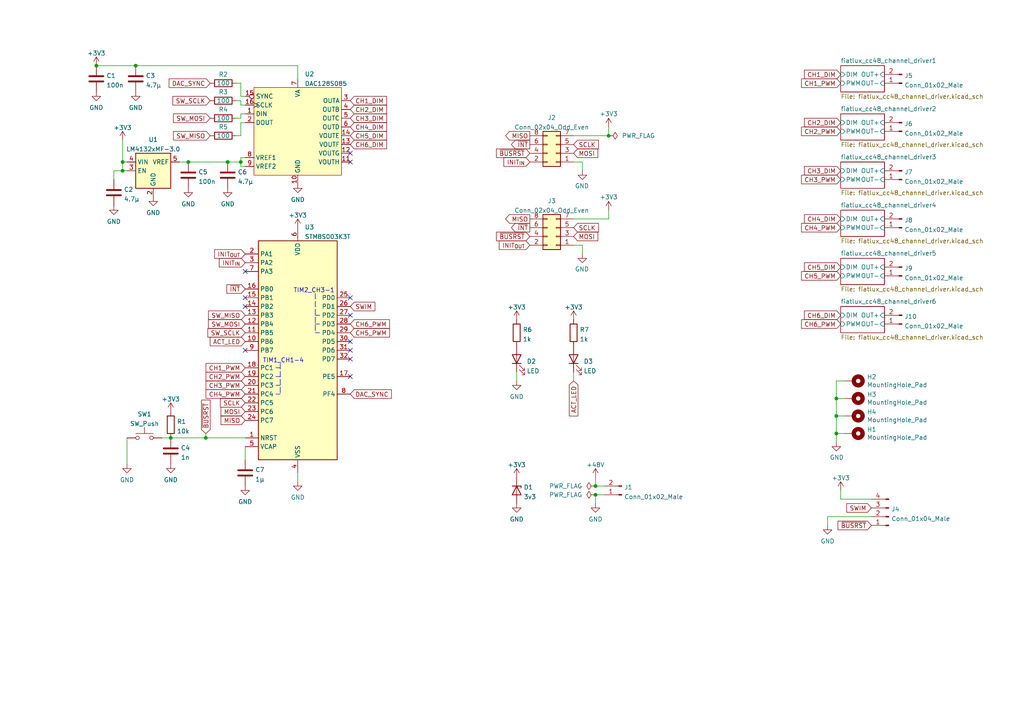
<source format=kicad_sch>
(kicad_sch (version 20211123) (generator eeschema)
  (paper "A4")
  (lib_symbols
    (symbol "Connector:Conn_01x02_Male" (pin_names (offset 1.016) hide)
      (property "Reference" "J" (at 0 2.54 0))
      (property "Value" "Conn_01x02_Male" (at 0 -5.08 0))
      (symbol "Conn_01x02_Male_1_1"
        (polyline (pts (xy 1.27 -2.54) (xy 0.8636 -2.54)) (stroke (width 0.1524)))
        (polyline (pts (xy 1.27 0) (xy 0.8636 0)) (stroke (width 0.1524)))
        (rectangle (start 0.8636 -2.413) (end 0 -2.667) (stroke (width 0.1524)) (fill (type outline)))
        (rectangle (start 0.8636 0.127) (end 0 -0.127) (stroke (width 0.1524)) (fill (type outline)))
        (pin passive line (at 5.08 0 180) (length 3.81) (name "Pin_1") (number "1"))
        (pin passive line (at 5.08 -2.54 180) (length 3.81) (name "Pin_2") (number "2"))
      )
    )
    (symbol "Connector:Conn_01x04_Male" (pin_names (offset 1.016) hide)
      (property "Reference" "J" (at 0 5.08 0))
      (property "Value" "Conn_01x04_Male" (at 0 -7.62 0))
      (symbol "Conn_01x04_Male_1_1"
        (polyline (pts (xy 1.27 -5.08) (xy 0.8636 -5.08)) (stroke (width 0.1524)))
        (polyline (pts (xy 1.27 -2.54) (xy 0.8636 -2.54)) (stroke (width 0.1524)))
        (polyline (pts (xy 1.27 0) (xy 0.8636 0)) (stroke (width 0.1524)))
        (polyline (pts (xy 1.27 2.54) (xy 0.8636 2.54)) (stroke (width 0.1524)))
        (rectangle (start 0.8636 -4.953) (end 0 -5.207) (stroke (width 0.1524)) (fill (type outline)))
        (rectangle (start 0.8636 -2.413) (end 0 -2.667) (stroke (width 0.1524)) (fill (type outline)))
        (rectangle (start 0.8636 0.127) (end 0 -0.127) (stroke (width 0.1524)) (fill (type outline)))
        (rectangle (start 0.8636 2.667) (end 0 2.413) (stroke (width 0.1524)) (fill (type outline)))
        (pin passive line (at 5.08 2.54 180) (length 3.81) (name "Pin_1") (number "1"))
        (pin passive line (at 5.08 0 180) (length 3.81) (name "Pin_2") (number "2"))
        (pin passive line (at 5.08 -2.54 180) (length 3.81) (name "Pin_3") (number "3"))
        (pin passive line (at 5.08 -5.08 180) (length 3.81) (name "Pin_4") (number "4"))
      )
    )
    (symbol "Connector_Generic:Conn_02x04_Odd_Even" (pin_names (offset 1.016) hide)
      (property "Reference" "J" (at 1.27 5.08 0))
      (property "Value" "Conn_02x04_Odd_Even" (at 1.27 -7.62 0))
      (symbol "Conn_02x04_Odd_Even_1_1"
        (rectangle (start -1.27 -4.953) (end 0 -5.207) (stroke (width 0.1524)))
        (rectangle (start -1.27 -2.413) (end 0 -2.667) (stroke (width 0.1524)))
        (rectangle (start -1.27 0.127) (end 0 -0.127) (stroke (width 0.1524)))
        (rectangle (start -1.27 2.667) (end 0 2.413) (stroke (width 0.1524)))
        (rectangle (start -1.27 3.81) (end 3.81 -6.35) (stroke (width 0.254)) (fill (type background)))
        (rectangle (start 3.81 -4.953) (end 2.54 -5.207) (stroke (width 0.1524)))
        (rectangle (start 3.81 -2.413) (end 2.54 -2.667) (stroke (width 0.1524)))
        (rectangle (start 3.81 0.127) (end 2.54 -0.127) (stroke (width 0.1524)))
        (rectangle (start 3.81 2.667) (end 2.54 2.413) (stroke (width 0.1524)))
        (pin passive line (at -5.08 2.54 0) (length 3.81) (name "Pin_1") (number "1"))
        (pin passive line (at 7.62 2.54 180) (length 3.81) (name "Pin_2") (number "2"))
        (pin passive line (at -5.08 0 0) (length 3.81) (name "Pin_3") (number "3"))
        (pin passive line (at 7.62 0 180) (length 3.81) (name "Pin_4") (number "4"))
        (pin passive line (at -5.08 -2.54 0) (length 3.81) (name "Pin_5") (number "5"))
        (pin passive line (at 7.62 -2.54 180) (length 3.81) (name "Pin_6") (number "6"))
        (pin passive line (at -5.08 -5.08 0) (length 3.81) (name "Pin_7") (number "7"))
        (pin passive line (at 7.62 -5.08 180) (length 3.81) (name "Pin_8") (number "8"))
      )
    )
    (symbol "Device:C" (pin_numbers hide) (pin_names (offset 0.254))
      (property "Reference" "C" (at 0.635 2.54 0))
      (property "Value" "C" (at 0.635 -2.54 0))
      (symbol "C_0_1"
        (polyline (pts (xy -2.032 -0.762) (xy 2.032 -0.762)) (stroke (width 0.508)))
        (polyline (pts (xy -2.032 0.762) (xy 2.032 0.762)) (stroke (width 0.508)))
      )
      (symbol "C_1_1"
        (pin passive line (at 0 3.81 270) (length 2.794) (name "~") (number "1"))
        (pin passive line (at 0 -3.81 90) (length 2.794) (name "~") (number "2"))
      )
    )
    (symbol "Device:D_Zener" (pin_numbers hide) (pin_names (offset 1.016) hide)
      (property "Reference" "D" (at 0 2.54 0))
      (property "Value" "D_Zener" (at 0 -2.54 0))
      (symbol "D_Zener_0_1"
        (polyline (pts (xy 1.27 0) (xy -1.27 0)))
        (polyline (pts (xy -1.27 -1.27) (xy -1.27 1.27) (xy -0.762 1.27)) (stroke (width 0.254)))
        (polyline (pts (xy 1.27 -1.27) (xy 1.27 1.27) (xy -1.27 0) (xy 1.27 -1.27)) (stroke (width 0.254)))
      )
      (symbol "D_Zener_1_1"
        (pin passive line (at -3.81 0 0) (length 2.54) (name "K") (number "1"))
        (pin passive line (at 3.81 0 180) (length 2.54) (name "A") (number "2"))
      )
    )
    (symbol "Device:LED" (pin_numbers hide) (pin_names (offset 1.016) hide)
      (property "Reference" "D" (at 0 2.54 0))
      (property "Value" "LED" (at 0 -2.54 0))
      (symbol "LED_0_1"
        (polyline (pts (xy -1.27 -1.27) (xy -1.27 1.27)) (stroke (width 0.254)))
        (polyline (pts (xy -1.27 0) (xy 1.27 0)))
        (polyline (pts (xy 1.27 -1.27) (xy 1.27 1.27) (xy -1.27 0) (xy 1.27 -1.27)) (stroke (width 0.254)))
        (polyline (pts (xy -3.048 -0.762) (xy -4.572 -2.286) (xy -3.81 -2.286) (xy -4.572 -2.286) (xy -4.572 -1.524)))
        (polyline (pts (xy -1.778 -0.762) (xy -3.302 -2.286) (xy -2.54 -2.286) (xy -3.302 -2.286) (xy -3.302 -1.524)))
      )
      (symbol "LED_1_1"
        (pin passive line (at -3.81 0 0) (length 2.54) (name "K") (number "1"))
        (pin passive line (at 3.81 0 180) (length 2.54) (name "A") (number "2"))
      )
    )
    (symbol "Device:R" (pin_numbers hide) (pin_names (offset 0))
      (property "Reference" "R" (at 2.032 0 90))
      (property "Value" "R" (at 0 0 90))
      (symbol "R_0_1"
        (rectangle (start -1.016 -2.54) (end 1.016 2.54) (stroke (width 0.254)))
      )
      (symbol "R_1_1"
        (pin passive line (at 0 3.81 270) (length 1.27) (name "~") (number "1"))
        (pin passive line (at 0 -3.81 90) (length 1.27) (name "~") (number "2"))
      )
    )
    (symbol "Library:DAC128S085"
      (property "Reference" "U" (at 0 -1.27 0))
      (property "Value" "DAC128S085" (at 0 1.27 0))
      (symbol "DAC128S085_0_1"
        (rectangle (start -12.7 12.7) (end 12.7 -12.7) (stroke (width 0.1524)) (fill (type background)))
      )
      (symbol "DAC128S085_1_1"
        (pin input line (at -15.24 5.08 0) (length 2.54) (name "DIN") (number "1"))
        (pin power_in line (at 0 -15.24 90) (length 2.54) (name "GND") (number "10"))
        (pin output line (at 15.24 -8.89 180) (length 2.54) (name "VOUTH") (number "11"))
        (pin output line (at 15.24 -6.35 180) (length 2.54) (name "VOUTG") (number "12"))
        (pin output line (at 15.24 -3.81 180) (length 2.54) (name "VOUTF") (number "13"))
        (pin output line (at 15.24 -1.27 180) (length 2.54) (name "VOUTE") (number "14"))
        (pin input inverted (at -15.24 10.16 0) (length 2.54) (name "SYNC") (number "15"))
        (pin input clock (at -15.24 7.62 0) (length 2.54) (name "SCLK") (number "16"))
        (pin output line (at -15.24 2.54 0) (length 2.54) (name "DOUT") (number "2"))
        (pin output line (at 15.24 8.89 180) (length 2.54) (name "OUTA") (number "3"))
        (pin output line (at 15.24 6.35 180) (length 2.54) (name "OUTB") (number "4"))
        (pin output line (at 15.24 3.81 180) (length 2.54) (name "OUTC") (number "5"))
        (pin output line (at 15.24 1.27 180) (length 2.54) (name "OUTD") (number "6"))
        (pin power_in line (at 0 15.24 270) (length 2.54) (name "VA") (number "7"))
        (pin input line (at -15.24 -7.62 0) (length 2.54) (name "VREF1") (number "8"))
        (pin input line (at -15.24 -10.16 0) (length 2.54) (name "VREF2") (number "9"))
      )
    )
    (symbol "MCU_ST_STM8:STM8S003K3T"
      (property "Reference" "U" (at 1.27 35.56 0))
      (property "Value" "STM8S003K3T" (at 1.27 33.02 0))
      (symbol "STM8S003K3T_0_1"
        (rectangle (start -11.43 31.75) (end 11.43 -31.75) (stroke (width 0.254)) (fill (type background)))
      )
      (symbol "STM8S003K3T_1_1"
        (pin input line (at -15.24 -25.4 0) (length 3.81) (name "NRST") (number "1"))
        (pin bidirectional line (at -15.24 2.54 0) (length 3.81) (name "PB6") (number "10"))
        (pin bidirectional line (at -15.24 5.08 0) (length 3.81) (name "PB5") (number "11"))
        (pin bidirectional line (at -15.24 7.62 0) (length 3.81) (name "PB4") (number "12"))
        (pin bidirectional line (at -15.24 10.16 0) (length 3.81) (name "PB3") (number "13"))
        (pin bidirectional line (at -15.24 12.7 0) (length 3.81) (name "PB2") (number "14"))
        (pin bidirectional line (at -15.24 15.24 0) (length 3.81) (name "PB1") (number "15"))
        (pin bidirectional line (at -15.24 17.78 0) (length 3.81) (name "PB0") (number "16"))
        (pin bidirectional line (at 15.24 -7.62 180) (length 3.81) (name "PE5") (number "17"))
        (pin bidirectional line (at -15.24 -5.08 0) (length 3.81) (name "PC1") (number "18"))
        (pin bidirectional line (at -15.24 -7.62 0) (length 3.81) (name "PC2") (number "19"))
        (pin bidirectional line (at -15.24 27.94 0) (length 3.81) (name "PA1") (number "2"))
        (pin bidirectional line (at -15.24 -10.16 0) (length 3.81) (name "PC3") (number "20"))
        (pin bidirectional line (at -15.24 -12.7 0) (length 3.81) (name "PC4") (number "21"))
        (pin bidirectional line (at -15.24 -15.24 0) (length 3.81) (name "PC5") (number "22"))
        (pin bidirectional line (at -15.24 -17.78 0) (length 3.81) (name "PC6") (number "23"))
        (pin bidirectional line (at -15.24 -20.32 0) (length 3.81) (name "PC7") (number "24"))
        (pin bidirectional line (at 15.24 15.24 180) (length 3.81) (name "PD0") (number "25"))
        (pin bidirectional line (at 15.24 12.7 180) (length 3.81) (name "PD1") (number "26"))
        (pin bidirectional line (at 15.24 10.16 180) (length 3.81) (name "PD2") (number "27"))
        (pin bidirectional line (at 15.24 7.62 180) (length 3.81) (name "PD3") (number "28"))
        (pin bidirectional line (at 15.24 5.08 180) (length 3.81) (name "PD4") (number "29"))
        (pin bidirectional line (at -15.24 25.4 0) (length 3.81) (name "PA2") (number "3"))
        (pin bidirectional line (at 15.24 2.54 180) (length 3.81) (name "PD5") (number "30"))
        (pin bidirectional line (at 15.24 0 180) (length 3.81) (name "PD6") (number "31"))
        (pin bidirectional line (at 15.24 -2.54 180) (length 3.81) (name "PD7") (number "32"))
        (pin power_in line (at 0 -35.56 90) (length 3.81) (name "VSS") (number "4"))
        (pin input line (at -15.24 -27.94 0) (length 3.81) (name "VCAP") (number "5"))
        (pin power_in line (at 0 35.56 270) (length 3.81) (name "VDD") (number "6"))
        (pin bidirectional line (at -15.24 22.86 0) (length 3.81) (name "PA3") (number "7"))
        (pin bidirectional line (at 15.24 -12.7 180) (length 3.81) (name "PF4") (number "8"))
        (pin bidirectional line (at -15.24 0 0) (length 3.81) (name "PB7") (number "9"))
      )
    )
    (symbol "Mechanical:MountingHole_Pad" (pin_numbers hide) (pin_names (offset 1.016) hide)
      (property "Reference" "H" (at 0 6.35 0))
      (property "Value" "MountingHole_Pad" (at 0 4.445 0))
      (symbol "MountingHole_Pad_0_1"
        (circle (center 0 1.27) (radius 1.27) (stroke (width 1.27)))
      )
      (symbol "MountingHole_Pad_1_1"
        (pin input line (at 0 -2.54 90) (length 2.54) (name "1") (number "1"))
      )
    )
    (symbol "Reference_Voltage:LM4132xMF-3.0"
      (property "Reference" "U" (at -4.318 6.096 0))
      (property "Value" "LM4132xMF-3.0" (at 7.874 6.096 0))
      (symbol "LM4132xMF-3.0_0_1"
        (rectangle (start -5.08 5.08) (end 5.08 -5.08) (stroke (width 0.254)) (fill (type background)))
      )
      (symbol "LM4132xMF-3.0_1_1"
        (pin no_connect line (at 5.08 0 180) (length 2.54) hide (name "NC") (number "1"))
        (pin power_in line (at 0 -7.62 90) (length 2.54) (name "GND") (number "2"))
        (pin input line (at -7.62 0 0) (length 2.54) (name "EN") (number "3"))
        (pin power_in line (at -7.62 2.54 0) (length 2.54) (name "VIN") (number "4"))
        (pin power_out line (at 7.62 2.54 180) (length 2.54) (name "VREF") (number "5"))
      )
    )
    (symbol "Switch:SW_Push" (pin_numbers hide) (pin_names (offset 1.016) hide)
      (property "Reference" "SW" (at 1.27 2.54 0))
      (property "Value" "SW_Push" (at 0 -1.524 0))
      (symbol "SW_Push_0_1"
        (circle (center -2.032 0) (radius 0.508))
        (polyline (pts (xy 0 1.27) (xy 0 3.048)))
        (polyline (pts (xy 2.54 1.27) (xy -2.54 1.27)))
        (circle (center 2.032 0) (radius 0.508))
        (pin passive line (at -5.08 0 0) (length 2.54) (name "1") (number "1"))
        (pin passive line (at 5.08 0 180) (length 2.54) (name "2") (number "2"))
      )
    )
    (symbol "power:+3.3V" (power) (pin_names (offset 0))
      (property "Value" "+3.3V" (at 0 3.556 0))
      (symbol "+3.3V_0_1"
        (polyline (pts (xy -0.762 1.27) (xy 0 2.54)))
        (polyline (pts (xy 0 0) (xy 0 2.54)))
        (polyline (pts (xy 0 2.54) (xy 0.762 1.27)))
      )
      (symbol "+3.3V_1_1"
        (pin power_in line (at 0 0 90) (length 0) hide (name "+3V3") (number "1"))
      )
    )
    (symbol "power:+3V3" (power) (pin_names (offset 0))
      (property "Value" "+3V3" (at 0 3.556 0))
      (symbol "+3V3_0_1"
        (polyline (pts (xy -0.762 1.27) (xy 0 2.54)))
        (polyline (pts (xy 0 0) (xy 0 2.54)))
        (polyline (pts (xy 0 2.54) (xy 0.762 1.27)))
      )
      (symbol "+3V3_1_1"
        (pin power_in line (at 0 0 90) (length 0) hide (name "+3V3") (number "1"))
      )
    )
    (symbol "power:+48V" (power) (pin_names (offset 0))
      (property "Value" "+48V" (at 0 3.556 0))
      (symbol "+48V_0_1"
        (polyline (pts (xy -0.762 1.27) (xy 0 2.54)))
        (polyline (pts (xy 0 0) (xy 0 2.54)))
        (polyline (pts (xy 0 2.54) (xy 0.762 1.27)))
      )
      (symbol "+48V_1_1"
        (pin power_in line (at 0 0 90) (length 0) hide (name "+48V") (number "1"))
      )
    )
    (symbol "power:GND" (power) (pin_names (offset 0))
      (property "Value" "GND" (at 0 -3.81 0))
      (symbol "GND_0_1"
        (polyline (pts (xy 0 0) (xy 0 -1.27) (xy 1.27 -1.27) (xy 0 -2.54) (xy -1.27 -1.27) (xy 0 -1.27)))
      )
      (symbol "GND_1_1"
        (pin power_in line (at 0 0 270) (length 0) hide (name "GND") (number "1"))
      )
    )
    (symbol "power:PWR_FLAG" (power) (pin_numbers hide) (pin_names (offset 0) hide)
      (property "Value" "PWR_FLAG" (at 0 3.81 0))
      (symbol "PWR_FLAG_0_0"
        (pin power_out line (at 0 0 90) (length 0) (name "pwr") (number "1"))
      )
      (symbol "PWR_FLAG_0_1"
        (polyline (pts (xy 0 0) (xy 0 1.27) (xy -1.016 1.905) (xy 0 2.54) (xy 1.016 1.905) (xy 0 1.27)))
      )
    )
  )
  (junction (at 35.56 49.53))
  (junction (at 242.57 115.57))
  (junction (at 35.56 46.99))
  (junction (at 172.72 140.97))
  (junction (at 66.04 46.99))
  (junction (at 39.37 19.05))
  (junction (at 69.85 46.99))
  (junction (at 54.61 46.99))
  (junction (at 242.57 125.73))
  (junction (at 172.72 143.51))
  (junction (at 27.94 19.05))
  (junction (at 242.57 120.65))
  (junction (at 49.53 127))
  (junction (at 176.53 39.37))
  (junction (at 59.69 127))
  (no_connect (at 101.6 109.22))
  (no_connect (at 101.6 44.45))
  (no_connect (at 101.6 46.99))
  (no_connect (at 101.6 101.6))
  (no_connect (at 101.6 99.06))
  (no_connect (at 101.6 104.14))
  (no_connect (at 71.12 88.9))
  (no_connect (at 101.6 86.36))
  (no_connect (at 71.12 78.74))
  (no_connect (at 71.12 101.6))
  (no_connect (at 71.12 86.36))
  (no_connect (at 101.6 91.44))
  (wire (pts (xy 69.85 27.94) (xy 69.85 24.13)))
  (wire (pts (xy 86.36 19.05) (xy 86.36 22.86)))
  (wire (pts (xy 27.94 19.05) (xy 39.37 19.05)))
  (wire (pts (xy 35.56 49.53) (xy 33.02 49.53)))
  (wire (pts (xy 35.56 49.53) (xy 35.56 46.99)))
  (wire (pts (xy 243.84 144.78) (xy 243.84 142.24)))
  (wire (pts (xy 69.85 46.99) (xy 69.85 48.26)))
  (wire (pts (xy 176.53 36.83) (xy 176.53 39.37)))
  (polyline (pts (xy 91.44 91.44) (xy 92.71 91.44)))
  (wire (pts (xy 59.69 127) (xy 71.12 127)))
  (wire (pts (xy 69.85 39.37) (xy 68.58 39.37)))
  (wire (pts (xy 39.37 19.05) (xy 86.36 19.05)))
  (wire (pts (xy 252.73 144.78) (xy 243.84 144.78)))
  (wire (pts (xy 242.57 115.57) (xy 242.57 120.65)))
  (wire (pts (xy 69.85 24.13) (xy 68.58 24.13)))
  (wire (pts (xy 242.57 115.57) (xy 245.11 115.57)))
  (wire (pts (xy 166.37 46.99) (xy 168.91 46.99)))
  (polyline (pts (xy 91.44 85.09) (xy 91.44 96.52)))
  (wire (pts (xy 69.85 45.72) (xy 69.85 46.99)))
  (wire (pts (xy 66.04 46.99) (xy 69.85 46.99)))
  (wire (pts (xy 172.72 140.97) (xy 175.26 140.97)))
  (wire (pts (xy 242.57 125.73) (xy 242.57 128.27)))
  (polyline (pts (xy 91.44 93.98) (xy 92.71 93.98)))
  (wire (pts (xy 35.56 46.99) (xy 36.83 46.99)))
  (wire (pts (xy 176.53 39.37) (xy 166.37 39.37)))
  (wire (pts (xy 240.03 149.86) (xy 240.03 152.4)))
  (wire (pts (xy 242.57 120.65) (xy 245.11 120.65)))
  (wire (pts (xy 36.83 49.53) (xy 35.56 49.53)))
  (wire (pts (xy 168.91 46.99) (xy 168.91 49.53)))
  (polyline (pts (xy 80.01 111.76) (xy 81.28 111.76)))
  (wire (pts (xy 69.85 45.72) (xy 71.12 45.72)))
  (wire (pts (xy 240.03 149.86) (xy 252.73 149.86)))
  (wire (pts (xy 49.53 127) (xy 59.69 127)))
  (polyline (pts (xy 80.01 109.22) (xy 81.28 109.22)))
  (polyline (pts (xy 91.44 96.52) (xy 92.71 96.52)))
  (wire (pts (xy 175.26 143.51) (xy 172.72 143.51)))
  (wire (pts (xy 52.07 46.99) (xy 54.61 46.99)))
  (wire (pts (xy 69.85 30.48) (xy 71.12 30.48)))
  (wire (pts (xy 168.91 71.12) (xy 168.91 73.66)))
  (wire (pts (xy 46.99 127) (xy 49.53 127)))
  (wire (pts (xy 242.57 110.49) (xy 242.57 115.57)))
  (wire (pts (xy 36.83 127) (xy 36.83 134.62)))
  (wire (pts (xy 176.53 63.5) (xy 166.37 63.5)))
  (wire (pts (xy 172.72 138.43) (xy 172.72 140.97)))
  (wire (pts (xy 71.12 48.26) (xy 69.85 48.26)))
  (wire (pts (xy 69.85 33.02) (xy 69.85 34.29)))
  (wire (pts (xy 71.12 33.02) (xy 69.85 33.02)))
  (wire (pts (xy 69.85 29.21) (xy 69.85 30.48)))
  (polyline (pts (xy 80.01 114.3) (xy 81.28 114.3)))
  (wire (pts (xy 176.53 60.96) (xy 176.53 63.5)))
  (wire (pts (xy 149.86 107.95) (xy 149.86 110.49)))
  (wire (pts (xy 245.11 110.49) (xy 242.57 110.49)))
  (wire (pts (xy 71.12 27.94) (xy 69.85 27.94)))
  (wire (pts (xy 71.12 35.56) (xy 69.85 35.56)))
  (polyline (pts (xy 81.28 105.41) (xy 81.28 114.3)))
  (wire (pts (xy 86.36 137.16) (xy 86.36 139.7)))
  (wire (pts (xy 35.56 40.64) (xy 35.56 46.99)))
  (wire (pts (xy 68.58 34.29) (xy 69.85 34.29)))
  (wire (pts (xy 172.72 143.51) (xy 172.72 146.05)))
  (polyline (pts (xy 80.01 106.68) (xy 81.28 106.68)))
  (wire (pts (xy 166.37 71.12) (xy 168.91 71.12)))
  (wire (pts (xy 33.02 49.53) (xy 33.02 52.07)))
  (wire (pts (xy 245.11 125.73) (xy 242.57 125.73)))
  (wire (pts (xy 59.69 125.73) (xy 59.69 127)))
  (wire (pts (xy 68.58 29.21) (xy 69.85 29.21)))
  (wire (pts (xy 71.12 129.54) (xy 71.12 133.35)))
  (wire (pts (xy 242.57 120.65) (xy 242.57 125.73)))
  (wire (pts (xy 166.37 107.95) (xy 166.37 110.49)))
  (wire (pts (xy 54.61 46.99) (xy 66.04 46.99)))
  (wire (pts (xy 69.85 35.56) (xy 69.85 39.37)))
  (text "TIM1_CH1-4" (at 76.2 105.41 0) (effects (font (size 1.27 1.27)) (justify left bottom)))
  (text "TIM2_CH3-1" (at 85.09 85.09 0) (effects (font (size 1.27 1.27)) (justify left bottom)))
  (global_label "CH6_DIM" (shape input) (at 243.84 91.44 180) (property "Intersheet References" "${INTERSHEET_REFS}" (effects hide)))
  (global_label "SW_SCLK" (shape input) (at 60.96 29.21 180) (property "Intersheet References" "${INTERSHEET_REFS}" (effects hide)))
  (global_label "INIT_{OUT}" (shape input) (at 153.67 71.12 180) (property "Referenzen zwischen Schaltplänen" "${INTERSHEET_REFS}" (effects hide)))
  (global_label "CH2_DIM" (shape input) (at 101.6 31.75 0) (property "Intersheet References" "${INTERSHEET_REFS}" (effects hide)))
  (global_label "CH5_PWM" (shape input) (at 101.6 96.52 0) (property "Intersheet References" "${INTERSHEET_REFS}" (effects hide)))
  (global_label "CH5_DIM" (shape input) (at 243.84 77.47 180) (property "Intersheet References" "${INTERSHEET_REFS}" (effects hide)))
  (global_label "SCLK" (shape input) (at 166.37 66.04 0) (property "Referenzen zwischen Schaltplänen" "${INTERSHEET_REFS}" (effects hide)))
  (global_label "MOSI" (shape input) (at 166.37 68.58 0) (property "Referenzen zwischen Schaltplänen" "${INTERSHEET_REFS}" (effects hide)))
  (global_label "SW_MISO" (shape input) (at 71.12 91.44 180) (property "Intersheet References" "${INTERSHEET_REFS}" (effects hide)))
  (global_label "SW_MOSI" (shape input) (at 71.12 93.98 180) (property "Intersheet References" "${INTERSHEET_REFS}" (effects hide)))
  (global_label "CH2_PWM" (shape input) (at 71.12 109.22 180) (property "Intersheet References" "${INTERSHEET_REFS}" (effects hide)))
  (global_label "CH4_PWM" (shape input) (at 71.12 114.3 180) (property "Intersheet References" "${INTERSHEET_REFS}" (effects hide)))
  (global_label "~{BUSRST}" (shape input) (at 252.73 152.4 180) (property "Referenzen zwischen Schaltplänen" "${INTERSHEET_REFS}" (effects hide)))
  (global_label "ACT_LED" (shape input) (at 166.37 110.49 270) (property "Intersheet References" "${INTERSHEET_REFS}" (effects hide)))
  (global_label "INIT_{IN}" (shape input) (at 153.67 46.99 180) (property "Referenzen zwischen Schaltplänen" "${INTERSHEET_REFS}" (effects hide)))
  (global_label "SCLK" (shape input) (at 166.37 41.91 0) (property "Referenzen zwischen Schaltplänen" "${INTERSHEET_REFS}" (effects hide)))
  (global_label "MOSI" (shape input) (at 166.37 44.45 0) (property "Referenzen zwischen Schaltplänen" "${INTERSHEET_REFS}" (effects hide)))
  (global_label "~{INT}" (shape output) (at 153.67 41.91 180) (property "Referenzen zwischen Schaltplänen" "${INTERSHEET_REFS}" (effects hide)))
  (global_label "SWIM" (shape input) (at 101.6 88.9 0) (property "Intersheet References" "${INTERSHEET_REFS}" (effects hide)))
  (global_label "CH1_DIM" (shape input) (at 101.6 29.21 0) (property "Intersheet References" "${INTERSHEET_REFS}" (effects hide)))
  (global_label "SWIM" (shape input) (at 252.73 147.32 180) (property "Intersheet References" "${INTERSHEET_REFS}" (effects hide)))
  (global_label "CH3_DIM" (shape input) (at 101.6 34.29 0) (property "Intersheet References" "${INTERSHEET_REFS}" (effects hide)))
  (global_label "SW_MOSI" (shape input) (at 60.96 34.29 180) (property "Intersheet References" "${INTERSHEET_REFS}" (effects hide)))
  (global_label "MISO" (shape output) (at 153.67 63.5 180) (property "Referenzen zwischen Schaltplänen" "${INTERSHEET_REFS}" (effects hide)))
  (global_label "~{INT}" (shape output) (at 153.67 66.04 180) (property "Referenzen zwischen Schaltplänen" "${INTERSHEET_REFS}" (effects hide)))
  (global_label "CH6_PWM" (shape input) (at 243.84 93.98 180) (property "Intersheet References" "${INTERSHEET_REFS}" (effects hide)))
  (global_label "CH3_DIM" (shape input) (at 243.84 49.53 180) (property "Intersheet References" "${INTERSHEET_REFS}" (effects hide)))
  (global_label "CH3_PWM" (shape input) (at 71.12 111.76 180) (property "Intersheet References" "${INTERSHEET_REFS}" (effects hide)))
  (global_label "CH1_PWM" (shape input) (at 71.12 106.68 180) (property "Intersheet References" "${INTERSHEET_REFS}" (effects hide)))
  (global_label "MOSI" (shape input) (at 71.12 119.38 180) (property "Intersheet References" "${INTERSHEET_REFS}" (effects hide)))
  (global_label "SW_SCLK" (shape input) (at 71.12 96.52 180) (property "Intersheet References" "${INTERSHEET_REFS}" (effects hide)))
  (global_label "CH4_DIM" (shape input) (at 243.84 63.5 180) (property "Intersheet References" "${INTERSHEET_REFS}" (effects hide)))
  (global_label "DAC_SYNC" (shape input) (at 60.96 24.13 180) (property "Intersheet References" "${INTERSHEET_REFS}" (effects hide)))
  (global_label "SCLK" (shape input) (at 71.12 116.84 180) (property "Intersheet References" "${INTERSHEET_REFS}" (effects hide)))
  (global_label "~{BUSRST}" (shape input) (at 153.67 44.45 180) (property "Referenzen zwischen Schaltplänen" "${INTERSHEET_REFS}" (effects hide)))
  (global_label "CH3_PWM" (shape input) (at 243.84 52.07 180) (property "Intersheet References" "${INTERSHEET_REFS}" (effects hide)))
  (global_label "DAC_SYNC" (shape input) (at 101.6 114.3 0) (property "Intersheet References" "${INTERSHEET_REFS}" (effects hide)))
  (global_label "MISO" (shape output) (at 153.67 39.37 180) (property "Referenzen zwischen Schaltplänen" "${INTERSHEET_REFS}" (effects hide)))
  (global_label "CH5_DIM" (shape input) (at 101.6 39.37 0) (property "Intersheet References" "${INTERSHEET_REFS}" (effects hide)))
  (global_label "INIT_{IN}" (shape input) (at 71.12 76.2 180) (property "Intersheet References" "${INTERSHEET_REFS}" (effects hide)))
  (global_label "~{BUSRST}" (shape input) (at 59.69 125.73 90) (property "Referenzen zwischen Schaltplänen" "${INTERSHEET_REFS}" (effects hide)))
  (global_label "CH2_PWM" (shape input) (at 243.84 38.1 180) (property "Intersheet References" "${INTERSHEET_REFS}" (effects hide)))
  (global_label "SW_MISO" (shape input) (at 60.96 39.37 180) (property "Intersheet References" "${INTERSHEET_REFS}" (effects hide)))
  (global_label "INIT_{OUT}" (shape input) (at 71.12 73.66 180) (property "Intersheet References" "${INTERSHEET_REFS}" (effects hide)))
  (global_label "CH5_PWM" (shape input) (at 243.84 80.01 180) (property "Intersheet References" "${INTERSHEET_REFS}" (effects hide)))
  (global_label "CH2_DIM" (shape input) (at 243.84 35.56 180) (property "Intersheet References" "${INTERSHEET_REFS}" (effects hide)))
  (global_label "CH4_PWM" (shape input) (at 243.84 66.04 180) (property "Intersheet References" "${INTERSHEET_REFS}" (effects hide)))
  (global_label "CH6_PWM" (shape input) (at 101.6 93.98 0) (property "Intersheet References" "${INTERSHEET_REFS}" (effects hide)))
  (global_label "~{INT}" (shape input) (at 71.12 83.82 180) (property "Intersheet References" "${INTERSHEET_REFS}" (effects hide)))
  (global_label "CH6_DIM" (shape input) (at 101.6 41.91 0) (property "Intersheet References" "${INTERSHEET_REFS}" (effects hide)))
  (global_label "ACT_LED" (shape input) (at 71.12 99.06 180) (property "Intersheet References" "${INTERSHEET_REFS}" (effects hide)))
  (global_label "MISO" (shape input) (at 71.12 121.92 180) (property "Intersheet References" "${INTERSHEET_REFS}" (effects hide)))
  (global_label "CH1_PWM" (shape input) (at 243.84 24.13 180) (property "Intersheet References" "${INTERSHEET_REFS}" (effects hide)))
  (global_label "CH1_DIM" (shape input) (at 243.84 21.59 180) (property "Intersheet References" "${INTERSHEET_REFS}" (effects hide)))
  (global_label "~{BUSRST}" (shape input) (at 153.67 68.58 180) (property "Referenzen zwischen Schaltplänen" "${INTERSHEET_REFS}" (effects hide)))
  (global_label "CH4_DIM" (shape input) (at 101.6 36.83 0) (property "Intersheet References" "${INTERSHEET_REFS}" (effects hide)))
  (symbol (lib_id "Mechanical:MountingHole_Pad") (at 247.65 125.73 270) (unit 1)
    (property "Reference" "H1" (at 251.46 124.5616 90) (effects (justify left)))
    (property "Value" "MountingHole_Pad" (at 251.46 126.873 90) (effects (justify left)))
    (property "Footprint" "MountingHole:MountingHole_2.2mm_M2_Pad_Via" (effects hide))
    (property "LCSC" "-" (effects hide))
  )
  (symbol (lib_id "Device:LED") (at 166.37 104.14 90) (unit 1)
    (property "Reference" "D3" (at 169.291 104.819 90) (effects (justify right)))
    (property "Value" "LED" (at 169.291 107.5941 90) (effects (justify right)))
    (property "Footprint" "LED_SMD:LED_0805_2012Metric" (effects hide))
  )
  (symbol (lib_id "power:PWR_FLAG") (at 172.72 140.97 90) (unit 1)
    (property "Reference" "#FLG0101" (effects hide))
    (property "Value" "PWR_FLAG" (at 168.91 140.9699 90) (effects (justify left)))
  )
  (symbol (lib_id "Device:D_Zener") (at 149.86 142.24 270) (unit 1)
    (property "Reference" "D1" (at 151.892 141.3315 90) (effects (justify left)))
    (property "Value" "3v3" (at 151.892 144.1066 90) (effects (justify left)))
    (property "Footprint" "Diode_SMD:D_MiniMELF" (effects hide))
  )
  (symbol (lib_id "power:GND") (at 71.12 140.97 0) (unit 1)
    (property "Reference" "#PWR012" (effects hide))
    (property "Value" "GND" (at 71.12 145.5325 0))
  )
  (symbol (lib_id "Device:C") (at 27.94 22.86 0) (unit 1)
    (property "Reference" "C1" (at 30.861 21.9515 0) (effects (justify left)))
    (property "Value" "100n" (at 30.861 24.7266 0) (effects (justify left)))
    (property "Footprint" "Capacitor_SMD:C_0805_2012Metric" (effects hide))
  )
  (symbol (lib_id "power:GND") (at 66.04 54.61 0) (unit 1)
    (property "Reference" "#PWR011" (effects hide))
    (property "Value" "GND" (at 66.04 59.1725 0))
  )
  (symbol (lib_id "Device:R") (at 149.86 96.52 0) (unit 1)
    (property "Reference" "R6" (at 151.638 95.6115 0) (effects (justify left)))
    (property "Value" "1k" (at 151.638 98.3866 0) (effects (justify left)))
    (property "Footprint" "Resistor_SMD:R_0603_1608Metric" (effects hide))
  )
  (symbol (lib_id "Connector:Conn_01x02_Male") (at 261.62 38.1 180) (unit 1)
    (property "Reference" "J6" (at 262.3312 35.9215 0) (effects (justify right)))
    (property "Value" "Conn_01x02_Male" (at 262.3312 38.6966 0) (effects (justify right)))
    (property "Footprint" "TerminalBlock:TerminalBlock_bornier-2_P5.08mm" (effects hide))
  )
  (symbol (lib_id "Connector:Conn_01x02_Male") (at 180.34 143.51 180) (unit 1)
    (property "Reference" "J1" (at 181.0512 141.3315 0) (effects (justify right)))
    (property "Value" "Conn_01x02_Male" (at 181.0512 144.1066 0) (effects (justify right)))
    (property "Footprint" "TerminalBlock:TerminalBlock_bornier-2_P5.08mm" (effects hide))
  )
  (symbol (lib_id "power:+3V3") (at 35.56 40.64 0) (unit 1)
    (property "Reference" "#PWR04" (effects hide))
    (property "Value" "+3V3" (at 35.56 37.0355 0))
  )
  (symbol (lib_id "Mechanical:MountingHole_Pad") (at 247.65 115.57 270) (unit 1)
    (property "Reference" "H3" (at 251.46 114.4016 90) (effects (justify left)))
    (property "Value" "MountingHole_Pad" (at 251.46 116.713 90) (effects (justify left)))
    (property "Footprint" "MountingHole:MountingHole_2.2mm_M2_Pad_Via" (effects hide))
    (property "LCSC" "-" (effects hide))
  )
  (symbol (lib_id "power:GND") (at 39.37 26.67 0) (unit 1)
    (property "Reference" "#PWR06" (effects hide))
    (property "Value" "GND" (at 39.37 31.2325 0))
  )
  (symbol (lib_id "Device:R") (at 166.37 96.52 0) (unit 1)
    (property "Reference" "R7" (at 168.148 95.6115 0) (effects (justify left)))
    (property "Value" "1k" (at 168.148 98.3866 0) (effects (justify left)))
    (property "Footprint" "Resistor_SMD:R_0603_1608Metric" (effects hide))
  )
  (symbol (lib_id "Connector:Conn_01x02_Male") (at 261.62 80.01 180) (unit 1)
    (property "Reference" "J9" (at 262.3312 77.8315 0) (effects (justify right)))
    (property "Value" "Conn_01x02_Male" (at 262.3312 80.6066 0) (effects (justify right)))
    (property "Footprint" "TerminalBlock:TerminalBlock_bornier-2_P5.08mm" (effects hide))
  )
  (symbol (lib_id "power:GND") (at 242.57 128.27 0) (unit 1)
    (property "Reference" "#PWR0109" (effects hide))
    (property "Value" "GND" (at 242.697 132.6642 0))
  )
  (symbol (lib_id "Device:C") (at 66.04 50.8 0) (unit 1)
    (property "Reference" "C6" (at 68.961 49.8915 0) (effects (justify left)))
    (property "Value" "4.7µ" (at 68.961 52.6666 0) (effects (justify left)))
    (property "Footprint" "Capacitor_SMD:C_0805_2012Metric" (effects hide))
  )
  (symbol (lib_id "Connector:Conn_01x02_Male") (at 261.62 66.04 180) (unit 1)
    (property "Reference" "J8" (at 262.3312 63.8615 0) (effects (justify right)))
    (property "Value" "Conn_01x02_Male" (at 262.3312 66.6366 0) (effects (justify right)))
    (property "Footprint" "TerminalBlock:TerminalBlock_bornier-2_P5.08mm" (effects hide))
  )
  (symbol (lib_id "power:GND") (at 27.94 26.67 0) (unit 1)
    (property "Reference" "#PWR02" (effects hide))
    (property "Value" "GND" (at 27.94 31.2325 0))
  )
  (symbol (lib_id "Device:C") (at 54.61 50.8 0) (unit 1)
    (property "Reference" "C5" (at 57.531 49.8915 0) (effects (justify left)))
    (property "Value" "100n" (at 57.531 52.6666 0) (effects (justify left)))
    (property "Footprint" "Capacitor_SMD:C_0805_2012Metric" (effects hide))
  )
  (symbol (lib_id "power:+48V") (at 172.72 138.43 0) (unit 1)
    (property "Reference" "#PWR0107" (effects hide))
    (property "Value" "+48V" (at 172.72 134.8255 0))
  )
  (symbol (lib_id "Device:R") (at 64.77 24.13 90) (unit 1)
    (property "Reference" "R2" (at 64.77 21.59 90))
    (property "Value" "100" (at 64.77 24.13 90))
    (property "Footprint" "Resistor_SMD:R_0603_1608Metric" (effects hide))
  )
  (symbol (lib_id "Connector:Conn_01x04_Male") (at 257.81 149.86 180) (unit 1)
    (property "Reference" "J4" (at 258.5212 147.6815 0) (effects (justify right)))
    (property "Value" "Conn_01x04_Male" (at 258.5212 150.4566 0) (effects (justify right)))
    (property "Footprint" "Connector_PinHeader_2.54mm:PinHeader_1x04_P2.54mm_Vertical" (effects hide))
  )
  (symbol (lib_id "power:GND") (at 44.45 57.15 0) (unit 1)
    (property "Reference" "#PWR07" (effects hide))
    (property "Value" "GND" (at 44.45 61.7125 0))
  )
  (symbol (lib_id "Device:C") (at 49.53 130.81 0) (unit 1)
    (property "Reference" "C4" (at 52.451 129.9015 0) (effects (justify left)))
    (property "Value" "1n" (at 52.451 132.6766 0) (effects (justify left)))
    (property "Footprint" "Capacitor_SMD:C_0805_2012Metric" (effects hide))
  )
  (symbol (lib_id "Connector:Conn_01x02_Male") (at 261.62 52.07 180) (unit 1)
    (property "Reference" "J7" (at 262.3312 49.8915 0) (effects (justify right)))
    (property "Value" "Conn_01x02_Male" (at 262.3312 52.6666 0) (effects (justify right)))
    (property "Footprint" "TerminalBlock:TerminalBlock_bornier-2_P5.08mm" (effects hide))
  )
  (symbol (lib_id "Device:R") (at 64.77 39.37 90) (unit 1)
    (property "Reference" "R5" (at 64.77 36.83 90))
    (property "Value" "100" (at 64.77 39.37 90))
    (property "Footprint" "Resistor_SMD:R_0603_1608Metric" (effects hide))
  )
  (symbol (lib_id "MCU_ST_STM8:STM8S003K3T") (at 86.36 101.6 0) (unit 1)
    (property "Reference" "U3" (at 88.3794 65.8835 0) (effects (justify left)))
    (property "Value" "STM8S003K3T" (at 88.3794 68.6586 0) (effects (justify left)))
    (property "Footprint" "Package_QFP:LQFP-32_7x7mm_P0.8mm" (effects hide))
    (property "Datasheet" "http://www.st.com/st-web-ui/static/active/en/resource/technical/document/datasheet/DM00024550.pdf" (effects hide))
  )
  (symbol (lib_id "Mechanical:MountingHole_Pad") (at 247.65 120.65 270) (unit 1)
    (property "Reference" "H4" (at 251.46 119.4816 90) (effects (justify left)))
    (property "Value" "MountingHole_Pad" (at 251.46 121.793 90) (effects (justify left)))
    (property "Footprint" "MountingHole:MountingHole_2.2mm_M2_Pad_Via" (effects hide))
    (property "LCSC" "-" (effects hide))
  )
  (symbol (lib_id "power:GND") (at 168.91 49.53 0) (mirror y) (unit 1)
    (property "Reference" "#PWR023" (effects hide))
    (property "Value" "GND" (at 168.783 53.9242 0))
  )
  (symbol (lib_id "power:GND") (at 36.83 134.62 0) (unit 1)
    (property "Reference" "#PWR05" (effects hide))
    (property "Value" "GND" (at 36.83 139.1825 0))
  )
  (symbol (lib_id "Connector:Conn_01x02_Male") (at 261.62 93.98 180) (unit 1)
    (property "Reference" "J10" (at 262.3312 91.8015 0) (effects (justify right)))
    (property "Value" "Conn_01x02_Male" (at 262.3312 94.5766 0) (effects (justify right)))
    (property "Footprint" "TerminalBlock:TerminalBlock_bornier-2_P5.08mm" (effects hide))
  )
  (symbol (lib_id "power:GND") (at 240.03 152.4 0) (unit 1)
    (property "Reference" "#PWR028" (effects hide))
    (property "Value" "GND" (at 240.03 156.9625 0))
  )
  (symbol (lib_id "power:GND") (at 54.61 54.61 0) (unit 1)
    (property "Reference" "#PWR010" (effects hide))
    (property "Value" "GND" (at 54.61 59.1725 0))
  )
  (symbol (lib_id "power:+3.3V") (at 176.53 60.96 0) (unit 1)
    (property "Reference" "#PWR026" (effects hide))
    (property "Value" "+3.3V" (at 176.53 57.15 0))
  )
  (symbol (lib_id "Device:R") (at 49.53 123.19 0) (unit 1)
    (property "Reference" "R1" (at 51.308 122.2815 0) (effects (justify left)))
    (property "Value" "10k" (at 51.308 125.0566 0) (effects (justify left)))
    (property "Footprint" "Resistor_SMD:R_0603_1608Metric" (effects hide))
  )
  (symbol (lib_id "Library:DAC128S085") (at 86.36 38.1 0) (unit 1)
    (property "Reference" "U2" (at 88.3794 21.4843 0) (effects (justify left)))
    (property "Value" "DAC128S085" (at 88.3794 24.2594 0) (effects (justify left)))
    (property "Footprint" "Package_SO:SSOP-16_3.9x4.9mm_P0.635mm" (effects hide))
  )
  (symbol (lib_id "power:+3V3") (at 149.86 92.71 0) (unit 1)
    (property "Reference" "#PWR020" (effects hide))
    (property "Value" "+3V3" (at 149.86 89.1055 0))
  )
  (symbol (lib_id "power:GND") (at 172.72 146.05 0) (unit 1)
    (property "Reference" "#PWR0108" (effects hide))
    (property "Value" "GND" (at 172.72 150.6125 0))
  )
  (symbol (lib_id "Mechanical:MountingHole_Pad") (at 247.65 110.49 270) (unit 1)
    (property "Reference" "H2" (at 251.46 109.3216 90) (effects (justify left)))
    (property "Value" "MountingHole_Pad" (at 251.46 111.633 90) (effects (justify left)))
    (property "Footprint" "MountingHole:MountingHole_2.2mm_M2_Pad_Via" (effects hide))
    (property "LCSC" "-" (effects hide))
  )
  (symbol (lib_id "Reference_Voltage:LM4132xMF-3.0") (at 44.45 49.53 0) (unit 1)
    (property "Reference" "U1" (at 44.45 40.4835 0))
    (property "Value" "LM4132xMF-3.0" (at 44.45 43.2586 0))
    (property "Footprint" "Package_TO_SOT_SMD:SOT-23-5" (effects hide))
    (property "Datasheet" "http://www.ti.com/lit/ds/symlink/lm4132.pdf" (effects hide))
  )
  (symbol (lib_id "power:GND") (at 168.91 73.66 0) (mirror y) (unit 1)
    (property "Reference" "#PWR024" (effects hide))
    (property "Value" "GND" (at 168.783 78.0542 0))
  )
  (symbol (lib_id "power:GND") (at 149.86 110.49 0) (unit 1)
    (property "Reference" "#PWR021" (effects hide))
    (property "Value" "GND" (at 149.86 115.0525 0))
  )
  (symbol (lib_id "power:+3V3") (at 27.94 19.05 0) (unit 1)
    (property "Reference" "#PWR01" (effects hide))
    (property "Value" "+3V3" (at 27.94 15.4455 0))
  )
  (symbol (lib_id "power:GND") (at 49.53 134.62 0) (unit 1)
    (property "Reference" "#PWR09" (effects hide))
    (property "Value" "GND" (at 49.53 139.1825 0))
  )
  (symbol (lib_id "power:PWR_FLAG") (at 176.53 39.37 270) (unit 1)
    (property "Reference" "#FLG0102" (effects hide))
    (property "Value" "PWR_FLAG" (at 180.34 39.3699 90) (effects (justify left)))
  )
  (symbol (lib_id "power:+3V3") (at 166.37 92.71 0) (unit 1)
    (property "Reference" "#PWR022" (effects hide))
    (property "Value" "+3V3" (at 166.37 89.1055 0))
  )
  (symbol (lib_id "power:PWR_FLAG") (at 172.72 143.51 90) (unit 1)
    (property "Reference" "#FLG0103" (effects hide))
    (property "Value" "PWR_FLAG" (at 168.91 143.5099 90) (effects (justify left)))
  )
  (symbol (lib_id "Device:C") (at 39.37 22.86 0) (unit 1)
    (property "Reference" "C3" (at 42.291 21.9515 0) (effects (justify left)))
    (property "Value" "4.7µ" (at 42.291 24.7266 0) (effects (justify left)))
    (property "Footprint" "Capacitor_SMD:C_0805_2012Metric" (effects hide))
  )
  (symbol (lib_id "power:+3V3") (at 49.53 119.38 0) (unit 1)
    (property "Reference" "#PWR08" (effects hide))
    (property "Value" "+3V3" (at 49.53 115.7755 0))
  )
  (symbol (lib_id "power:GND") (at 86.36 139.7 0) (unit 1)
    (property "Reference" "#PWR015" (effects hide))
    (property "Value" "GND" (at 86.36 144.2625 0))
  )
  (symbol (lib_id "power:+3V3") (at 243.84 142.24 0) (unit 1)
    (property "Reference" "#PWR027" (effects hide))
    (property "Value" "+3V3" (at 243.84 138.6355 0))
  )
  (symbol (lib_id "power:+3V3") (at 149.86 138.43 0) (unit 1)
    (property "Reference" "#PWR018" (effects hide))
    (property "Value" "+3V3" (at 149.86 134.8255 0))
  )
  (symbol (lib_id "Device:LED") (at 149.86 104.14 90) (unit 1)
    (property "Reference" "D2" (at 152.781 104.819 90) (effects (justify right)))
    (property "Value" "LED" (at 152.781 107.5941 90) (effects (justify right)))
    (property "Footprint" "LED_SMD:LED_0805_2012Metric" (effects hide))
  )
  (symbol (lib_id "Connector:Conn_01x02_Male") (at 261.62 24.13 180) (unit 1)
    (property "Reference" "J5" (at 262.3312 21.9515 0) (effects (justify right)))
    (property "Value" "Conn_01x02_Male" (at 262.3312 24.7266 0) (effects (justify right)))
    (property "Footprint" "TerminalBlock:TerminalBlock_bornier-2_P5.08mm" (effects hide))
  )
  (symbol (lib_id "Device:R") (at 64.77 34.29 90) (unit 1)
    (property "Reference" "R4" (at 64.77 31.75 90))
    (property "Value" "100" (at 64.77 34.29 90))
    (property "Footprint" "Resistor_SMD:R_0603_1608Metric" (effects hide))
  )
  (symbol (lib_id "Connector_Generic:Conn_02x04_Odd_Even") (at 161.29 68.58 180) (unit 1)
    (property "Reference" "J3" (at 160.02 58.2635 0))
    (property "Value" "Conn_02x04_Odd_Even" (at 160.02 61.0386 0))
    (property "Footprint" "Connector_PinHeader_2.54mm:PinHeader_2x04_P2.54mm_Vertical" (effects hide))
  )
  (symbol (lib_id "power:GND") (at 149.86 146.05 0) (unit 1)
    (property "Reference" "#PWR019" (effects hide))
    (property "Value" "GND" (at 149.86 150.6125 0))
  )
  (symbol (lib_id "power:+3V3") (at 86.36 66.04 0) (unit 1)
    (property "Reference" "#PWR014" (effects hide))
    (property "Value" "+3V3" (at 86.36 62.4355 0))
  )
  (symbol (lib_id "power:+3.3V") (at 176.53 36.83 0) (unit 1)
    (property "Reference" "#PWR025" (effects hide))
    (property "Value" "+3.3V" (at 176.53 33.02 0))
  )
  (symbol (lib_id "power:GND") (at 33.02 59.69 0) (unit 1)
    (property "Reference" "#PWR03" (effects hide))
    (property "Value" "GND" (at 33.02 64.2525 0))
  )
  (symbol (lib_id "Device:R") (at 64.77 29.21 90) (unit 1)
    (property "Reference" "R3" (at 64.77 26.67 90))
    (property "Value" "100" (at 64.77 29.21 90))
    (property "Footprint" "Resistor_SMD:R_0603_1608Metric" (effects hide))
  )
  (symbol (lib_id "Device:C") (at 33.02 55.88 0) (unit 1)
    (property "Reference" "C2" (at 35.941 54.9715 0) (effects (justify left)))
    (property "Value" "4.7µ" (at 35.941 57.7466 0) (effects (justify left)))
    (property "Footprint" "Capacitor_SMD:C_0805_2012Metric" (effects hide))
  )
  (symbol (lib_id "Connector_Generic:Conn_02x04_Odd_Even") (at 161.29 44.45 180) (unit 1)
    (property "Reference" "J2" (at 160.02 34.1335 0))
    (property "Value" "Conn_02x04_Odd_Even" (at 160.02 36.9086 0))
    (property "Footprint" "Connector_PinHeader_2.54mm:PinHeader_2x04_P2.54mm_Vertical" (effects hide))
  )
  (symbol (lib_id "power:GND") (at 86.36 53.34 0) (unit 1)
    (property "Reference" "#PWR013" (effects hide))
    (property "Value" "GND" (at 86.36 57.9025 0))
  )
  (symbol (lib_id "Device:C") (at 71.12 137.16 0) (unit 1)
    (property "Reference" "C7" (at 74.041 136.2515 0) (effects (justify left)))
    (property "Value" "1µ" (at 74.041 139.0266 0) (effects (justify left)))
    (property "Footprint" "Capacitor_SMD:C_0805_2012Metric" (effects hide))
  )
  (symbol (lib_id "Switch:SW_Push") (at 41.91 127 0) (unit 1)
    (property "Reference" "SW1" (at 41.91 120.1125 0))
    (property "Value" "SW_Push" (at 41.91 122.8876 0))
    (property "Footprint" "Button_Switch_SMD:SW_SPST_EVQPE1" (effects hide))
  )
  (sheet (at 243.84 46.99) (size 12.7 7.62) (stroke (width 0.1524))
    (property "Sheet name" "fiatlux_cc48_channel_driver3" (at 243.84 46.2784 0) (effects (justify left bottom)))
    (property "Sheet file" "fiatlux_cc48_channel_driver.kicad_sch" (at 243.84 55.1946 0) (effects (justify left top)))
    (pin "OUT-" input (at 256.54 52.07 0))
    (pin "OUT+" input (at 256.54 49.53 0))
    (pin "DIM" input (at 243.84 49.53 180))
    (pin "PWM" input (at 243.84 52.07 180))
  )
  (sheet (at 243.84 88.9) (size 12.7 7.62) (stroke (width 0.1524))
    (property "Sheet name" "fiatlux_cc48_channel_driver6" (at 243.84 88.1884 0) (effects (justify left bottom)))
    (property "Sheet file" "fiatlux_cc48_channel_driver.kicad_sch" (at 243.84 97.1046 0) (effects (justify left top)))
    (pin "OUT-" input (at 256.54 93.98 0))
    (pin "OUT+" input (at 256.54 91.44 0))
    (pin "DIM" input (at 243.84 91.44 180))
    (pin "PWM" input (at 243.84 93.98 180))
  )
  (sheet (at 243.84 60.96) (size 12.7 7.62) (stroke (width 0.1524))
    (property "Sheet name" "fiatlux_cc48_channel_driver4" (at 243.84 60.2484 0) (effects (justify left bottom)))
    (property "Sheet file" "fiatlux_cc48_channel_driver.kicad_sch" (at 243.84 69.1646 0) (effects (justify left top)))
    (pin "OUT-" input (at 256.54 66.04 0))
    (pin "OUT+" input (at 256.54 63.5 0))
    (pin "DIM" input (at 243.84 63.5 180))
    (pin "PWM" input (at 243.84 66.04 180))
  )
  (sheet (at 243.84 74.93) (size 12.7 7.62) (stroke (width 0.1524))
    (property "Sheet name" "fiatlux_cc48_channel_driver5" (at 243.84 74.2184 0) (effects (justify left bottom)))
    (property "Sheet file" "fiatlux_cc48_channel_driver.kicad_sch" (at 243.84 83.1346 0) (effects (justify left top)))
    (pin "OUT-" input (at 256.54 80.01 0))
    (pin "OUT+" input (at 256.54 77.47 0))
    (pin "DIM" input (at 243.84 77.47 180))
    (pin "PWM" input (at 243.84 80.01 180))
  )
  (sheet (at 243.84 33.02) (size 12.7 7.62) (stroke (width 0.1524))
    (property "Sheet name" "fiatlux_cc48_channel_driver2" (at 243.84 32.3084 0) (effects (justify left bottom)))
    (property "Sheet file" "fiatlux_cc48_channel_driver.kicad_sch" (at 243.84 41.2246 0) (effects (justify left top)))
    (pin "OUT-" input (at 256.54 38.1 0))
    (pin "OUT+" input (at 256.54 35.56 0))
    (pin "DIM" input (at 243.84 35.56 180))
    (pin "PWM" input (at 243.84 38.1 180))
  )
  (sheet (at 243.84 19.05) (size 12.7 7.62) (stroke (width 0.1524))
    (property "Sheet name" "fiatlux_cc48_channel_driver1" (at 243.84 18.3384 0) (effects (justify left bottom)))
    (property "Sheet file" "fiatlux_cc48_channel_driver.kicad_sch" (at 243.84 27.2546 0) (effects (justify left top)))
    (pin "OUT-" input (at 256.54 24.13 0))
    (pin "OUT+" input (at 256.54 21.59 0))
    (pin "DIM" input (at 243.84 21.59 180))
    (pin "PWM" input (at 243.84 24.13 180))
  )
)
</source>
